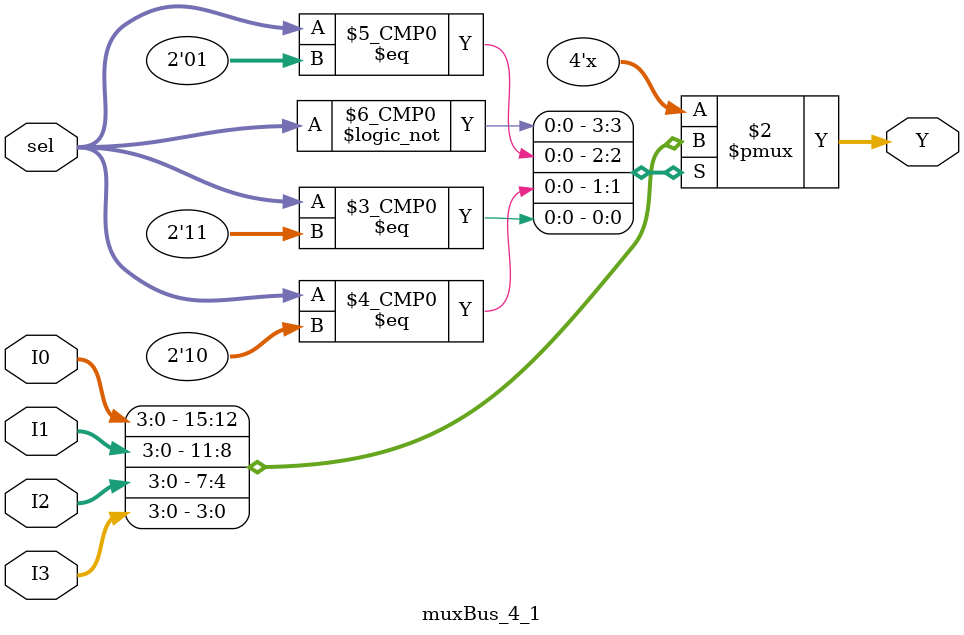
<source format=v>
`timescale 1ns / 1ps
module muxBus_4_1(
    input [3:0] I0, I1, I2, I3,
    input [1:0] sel,
    output reg [3:0] Y
);

always @ (*) begin
    case(sel)
    2'b00: Y <= I0;
    2'b01: Y <= I1;
    2'b10: Y <= I2;
    2'b11: Y <= I3;
    endcase
end

endmodule

</source>
